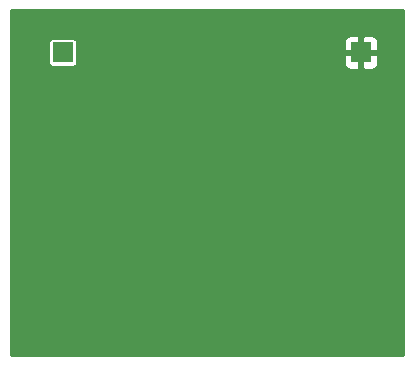
<source format=gbr>
G04 #@! TF.GenerationSoftware,KiCad,Pcbnew,(5.1.4)-1*
G04 #@! TF.CreationDate,2019-11-19T22:58:14-05:00*
G04 #@! TF.ProjectId,Blinky,426c696e-6b79-42e6-9b69-6361645f7063,rev?*
G04 #@! TF.SameCoordinates,Original*
G04 #@! TF.FileFunction,Copper,L2,Bot*
G04 #@! TF.FilePolarity,Positive*
%FSLAX46Y46*%
G04 Gerber Fmt 4.6, Leading zero omitted, Abs format (unit mm)*
G04 Created by KiCad (PCBNEW (5.1.4)-1) date 2019-11-19 22:58:14*
%MOMM*%
%LPD*%
G04 APERTURE LIST*
%ADD10R,1.700000X1.700000*%
%ADD11C,0.800000*%
%ADD12C,0.250000*%
G04 APERTURE END LIST*
D10*
X134000000Y30000000D03*
X108750000Y30000000D03*
D11*
X113000000Y11500000D03*
X113000000Y24500000D03*
X118750000Y22000000D03*
D12*
G36*
X137600000Y4400000D02*
G01*
X104400000Y4400000D01*
X104400000Y30850000D01*
X107523186Y30850000D01*
X107523186Y29150000D01*
X107530426Y29076487D01*
X107551869Y29005800D01*
X107586691Y28940653D01*
X107633552Y28883552D01*
X107690653Y28836691D01*
X107755800Y28801869D01*
X107826487Y28780426D01*
X107900000Y28773186D01*
X109600000Y28773186D01*
X109673513Y28780426D01*
X109744200Y28801869D01*
X109809347Y28836691D01*
X109866448Y28883552D01*
X109913309Y28940653D01*
X109948131Y29005800D01*
X109969574Y29076487D01*
X109976814Y29150000D01*
X132521976Y29150000D01*
X132534043Y29027479D01*
X132569781Y28909666D01*
X132627817Y28801089D01*
X132705920Y28705920D01*
X132801089Y28627817D01*
X132909666Y28569781D01*
X133027479Y28534043D01*
X133150000Y28521976D01*
X133718750Y28525000D01*
X133875000Y28681250D01*
X133875000Y29875000D01*
X134125000Y29875000D01*
X134125000Y28681250D01*
X134281250Y28525000D01*
X134850000Y28521976D01*
X134972521Y28534043D01*
X135090334Y28569781D01*
X135198911Y28627817D01*
X135294080Y28705920D01*
X135372183Y28801089D01*
X135430219Y28909666D01*
X135465957Y29027479D01*
X135478024Y29150000D01*
X135475000Y29718750D01*
X135318750Y29875000D01*
X134125000Y29875000D01*
X133875000Y29875000D01*
X132681250Y29875000D01*
X132525000Y29718750D01*
X132521976Y29150000D01*
X109976814Y29150000D01*
X109976814Y30850000D01*
X132521976Y30850000D01*
X132525000Y30281250D01*
X132681250Y30125000D01*
X133875000Y30125000D01*
X133875000Y31318750D01*
X134125000Y31318750D01*
X134125000Y30125000D01*
X135318750Y30125000D01*
X135475000Y30281250D01*
X135478024Y30850000D01*
X135465957Y30972521D01*
X135430219Y31090334D01*
X135372183Y31198911D01*
X135294080Y31294080D01*
X135198911Y31372183D01*
X135090334Y31430219D01*
X134972521Y31465957D01*
X134850000Y31478024D01*
X134281250Y31475000D01*
X134125000Y31318750D01*
X133875000Y31318750D01*
X133718750Y31475000D01*
X133150000Y31478024D01*
X133027479Y31465957D01*
X132909666Y31430219D01*
X132801089Y31372183D01*
X132705920Y31294080D01*
X132627817Y31198911D01*
X132569781Y31090334D01*
X132534043Y30972521D01*
X132521976Y30850000D01*
X109976814Y30850000D01*
X109969574Y30923513D01*
X109948131Y30994200D01*
X109913309Y31059347D01*
X109866448Y31116448D01*
X109809347Y31163309D01*
X109744200Y31198131D01*
X109673513Y31219574D01*
X109600000Y31226814D01*
X107900000Y31226814D01*
X107826487Y31219574D01*
X107755800Y31198131D01*
X107690653Y31163309D01*
X107633552Y31116448D01*
X107586691Y31059347D01*
X107551869Y30994200D01*
X107530426Y30923513D01*
X107523186Y30850000D01*
X104400000Y30850000D01*
X104400000Y33600000D01*
X137600001Y33600000D01*
X137600000Y4400000D01*
X137600000Y4400000D01*
G37*
X137600000Y4400000D02*
X104400000Y4400000D01*
X104400000Y30850000D01*
X107523186Y30850000D01*
X107523186Y29150000D01*
X107530426Y29076487D01*
X107551869Y29005800D01*
X107586691Y28940653D01*
X107633552Y28883552D01*
X107690653Y28836691D01*
X107755800Y28801869D01*
X107826487Y28780426D01*
X107900000Y28773186D01*
X109600000Y28773186D01*
X109673513Y28780426D01*
X109744200Y28801869D01*
X109809347Y28836691D01*
X109866448Y28883552D01*
X109913309Y28940653D01*
X109948131Y29005800D01*
X109969574Y29076487D01*
X109976814Y29150000D01*
X132521976Y29150000D01*
X132534043Y29027479D01*
X132569781Y28909666D01*
X132627817Y28801089D01*
X132705920Y28705920D01*
X132801089Y28627817D01*
X132909666Y28569781D01*
X133027479Y28534043D01*
X133150000Y28521976D01*
X133718750Y28525000D01*
X133875000Y28681250D01*
X133875000Y29875000D01*
X134125000Y29875000D01*
X134125000Y28681250D01*
X134281250Y28525000D01*
X134850000Y28521976D01*
X134972521Y28534043D01*
X135090334Y28569781D01*
X135198911Y28627817D01*
X135294080Y28705920D01*
X135372183Y28801089D01*
X135430219Y28909666D01*
X135465957Y29027479D01*
X135478024Y29150000D01*
X135475000Y29718750D01*
X135318750Y29875000D01*
X134125000Y29875000D01*
X133875000Y29875000D01*
X132681250Y29875000D01*
X132525000Y29718750D01*
X132521976Y29150000D01*
X109976814Y29150000D01*
X109976814Y30850000D01*
X132521976Y30850000D01*
X132525000Y30281250D01*
X132681250Y30125000D01*
X133875000Y30125000D01*
X133875000Y31318750D01*
X134125000Y31318750D01*
X134125000Y30125000D01*
X135318750Y30125000D01*
X135475000Y30281250D01*
X135478024Y30850000D01*
X135465957Y30972521D01*
X135430219Y31090334D01*
X135372183Y31198911D01*
X135294080Y31294080D01*
X135198911Y31372183D01*
X135090334Y31430219D01*
X134972521Y31465957D01*
X134850000Y31478024D01*
X134281250Y31475000D01*
X134125000Y31318750D01*
X133875000Y31318750D01*
X133718750Y31475000D01*
X133150000Y31478024D01*
X133027479Y31465957D01*
X132909666Y31430219D01*
X132801089Y31372183D01*
X132705920Y31294080D01*
X132627817Y31198911D01*
X132569781Y31090334D01*
X132534043Y30972521D01*
X132521976Y30850000D01*
X109976814Y30850000D01*
X109969574Y30923513D01*
X109948131Y30994200D01*
X109913309Y31059347D01*
X109866448Y31116448D01*
X109809347Y31163309D01*
X109744200Y31198131D01*
X109673513Y31219574D01*
X109600000Y31226814D01*
X107900000Y31226814D01*
X107826487Y31219574D01*
X107755800Y31198131D01*
X107690653Y31163309D01*
X107633552Y31116448D01*
X107586691Y31059347D01*
X107551869Y30994200D01*
X107530426Y30923513D01*
X107523186Y30850000D01*
X104400000Y30850000D01*
X104400000Y33600000D01*
X137600001Y33600000D01*
X137600000Y4400000D01*
M02*

</source>
